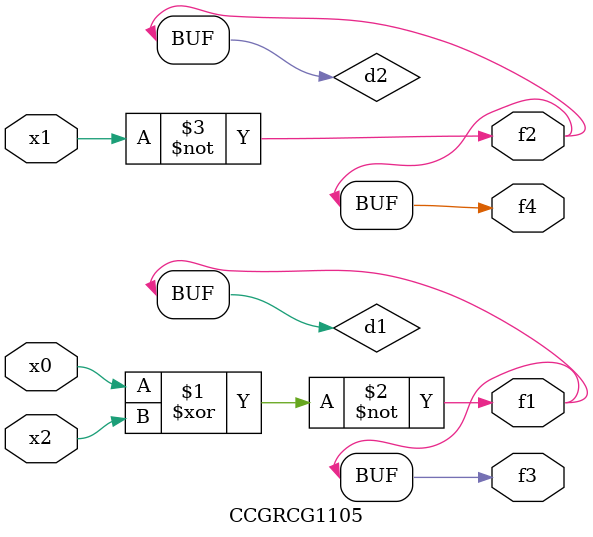
<source format=v>
module CCGRCG1105(
	input x0, x1, x2,
	output f1, f2, f3, f4
);

	wire d1, d2, d3;

	xnor (d1, x0, x2);
	nand (d2, x1);
	nor (d3, x1, x2);
	assign f1 = d1;
	assign f2 = d2;
	assign f3 = d1;
	assign f4 = d2;
endmodule

</source>
